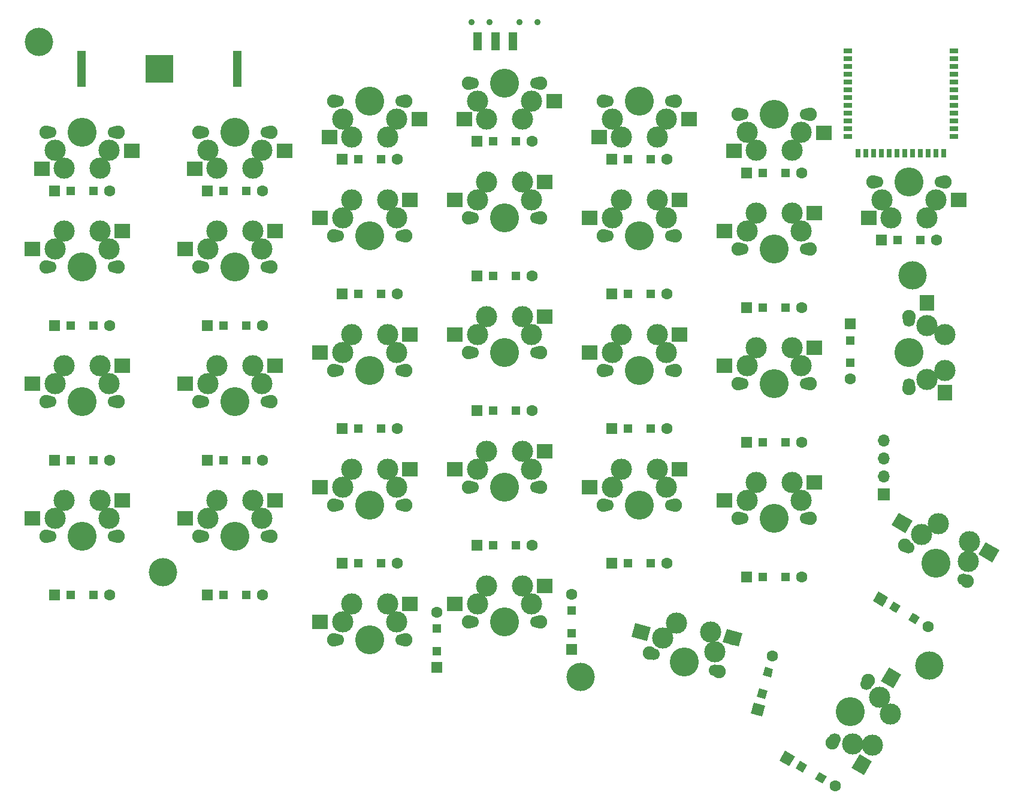
<source format=gbs>
G04 #@! TF.GenerationSoftware,KiCad,Pcbnew,(5.1.2)-2*
G04 #@! TF.CreationDate,2019-10-26T12:53:45+08:00*
G04 #@! TF.ProjectId,redox_rev1_routed3,7265646f-785f-4726-9576-315f726f7574,1.0*
G04 #@! TF.SameCoordinates,Original*
G04 #@! TF.FileFunction,Soldermask,Bot*
G04 #@! TF.FilePolarity,Negative*
%FSLAX46Y46*%
G04 Gerber Fmt 4.6, Leading zero omitted, Abs format (unit mm)*
G04 Created by KiCad (PCBNEW (5.1.2)-2) date 2019-10-26 12:53:45*
%MOMM*%
%LPD*%
G04 APERTURE LIST*
%ADD10C,4.000000*%
%ADD11C,1.700000*%
%ADD12C,2.000000*%
%ADD13C,0.100000*%
%ADD14C,1.900000*%
%ADD15C,4.100000*%
%ADD16C,3.000000*%
%ADD17R,2.300000X2.000000*%
%ADD18R,2.000000X2.300000*%
%ADD19O,1.700000X1.700000*%
%ADD20R,1.700000X1.700000*%
%ADD21C,1.200000*%
%ADD22C,1.600000*%
%ADD23R,1.198880X0.698500*%
%ADD24R,0.698500X1.198880*%
%ADD25R,1.200000X1.200000*%
%ADD26R,1.600000X1.600000*%
%ADD27R,3.960000X3.960000*%
%ADD28R,1.270000X5.080000*%
%ADD29R,1.250000X2.500000*%
%ADD30C,0.900000*%
G04 APERTURE END LIST*
D10*
X211137500Y-142081250D03*
X85344000Y-53848000D03*
X208756250Y-86868000D03*
X102870000Y-128905000D03*
X161925000Y-143668750D03*
D11*
X180876666Y-142769686D03*
X172183334Y-140440314D03*
D12*
X183360931Y-138134728D03*
D13*
G36*
X184730565Y-137466444D02*
G01*
X184212927Y-139398296D01*
X181991297Y-138803012D01*
X182508935Y-136871160D01*
X184730565Y-137466444D01*
X184730565Y-137466444D01*
G37*
D14*
X171623097Y-140290199D03*
X181436903Y-142919801D03*
D15*
X176530000Y-141605000D03*
D16*
X180298252Y-137355497D03*
X180867578Y-140137648D03*
X175391349Y-136040696D03*
X173507223Y-138165448D03*
D12*
X170436272Y-137301178D03*
D13*
G36*
X171805906Y-136632894D02*
G01*
X171288268Y-138564746D01*
X169066638Y-137969462D01*
X169584276Y-136037610D01*
X171805906Y-136632894D01*
X171805906Y-136632894D01*
G37*
D11*
X95940000Y-123825000D03*
X86940000Y-123825000D03*
D17*
X97140000Y-118705000D03*
D14*
X86360000Y-123825000D03*
X96520000Y-123825000D03*
D15*
X91440000Y-123825000D03*
D16*
X93980000Y-118745000D03*
X95250000Y-121284999D03*
X88900000Y-118745000D03*
X87630000Y-121285000D03*
D17*
X84440000Y-121245000D03*
D11*
X95940000Y-104775000D03*
X86940000Y-104775000D03*
D17*
X97140000Y-99655000D03*
D14*
X86360000Y-104775000D03*
X96520000Y-104775000D03*
D15*
X91440000Y-104775000D03*
D16*
X93980000Y-99695000D03*
X95250000Y-102234999D03*
X88900000Y-99695000D03*
X87630000Y-102235000D03*
D17*
X84440000Y-102195000D03*
D11*
X95940000Y-85725000D03*
X86940000Y-85725000D03*
D17*
X97140000Y-80605000D03*
D14*
X86360000Y-85725000D03*
X96520000Y-85725000D03*
D15*
X91440000Y-85725000D03*
D16*
X93980000Y-80645000D03*
X95250000Y-83184999D03*
X88900000Y-80645000D03*
X87630000Y-83185000D03*
D17*
X84440000Y-83145000D03*
D11*
X86940000Y-66675000D03*
X95940000Y-66675000D03*
D17*
X85740000Y-71795000D03*
D14*
X96520000Y-66675000D03*
X86360000Y-66675000D03*
D15*
X91440000Y-66675000D03*
D16*
X88900000Y-71755000D03*
X87630000Y-69215001D03*
X93980000Y-71755000D03*
X95250000Y-69215000D03*
D17*
X98440000Y-69255000D03*
D11*
X155630000Y-135890000D03*
X146630000Y-135890000D03*
D17*
X156830000Y-130770000D03*
D14*
X146050000Y-135890000D03*
X156210000Y-135890000D03*
D15*
X151130000Y-135890000D03*
D16*
X153670000Y-130810000D03*
X154940000Y-133349999D03*
X148590000Y-130810000D03*
X147320000Y-133350000D03*
D17*
X144130000Y-133310000D03*
X125080000Y-135850000D03*
D16*
X128270000Y-135890000D03*
X129540000Y-133350000D03*
X135890000Y-135889999D03*
X134620000Y-133350000D03*
D15*
X132080000Y-138430000D03*
D14*
X137160000Y-138430000D03*
X127000000Y-138430000D03*
D17*
X137780000Y-133310000D03*
D11*
X127580000Y-138430000D03*
X136580000Y-138430000D03*
X193730000Y-121285000D03*
X184730000Y-121285000D03*
D17*
X194930000Y-116165000D03*
D14*
X184150000Y-121285000D03*
X194310000Y-121285000D03*
D15*
X189230000Y-121285000D03*
D16*
X191770000Y-116205000D03*
X193040000Y-118744999D03*
X186690000Y-116205000D03*
X185420000Y-118745000D03*
D17*
X182230000Y-118705000D03*
D11*
X174680000Y-119380000D03*
X165680000Y-119380000D03*
D17*
X175880000Y-114260000D03*
D14*
X165100000Y-119380000D03*
X175260000Y-119380000D03*
D15*
X170180000Y-119380000D03*
D16*
X172720000Y-114300000D03*
X173990000Y-116839999D03*
X167640000Y-114300000D03*
X166370000Y-116840000D03*
D17*
X163180000Y-116800000D03*
D11*
X155630000Y-116840000D03*
X146630000Y-116840000D03*
D17*
X156830000Y-111720000D03*
D14*
X146050000Y-116840000D03*
X156210000Y-116840000D03*
D15*
X151130000Y-116840000D03*
D16*
X153670000Y-111760000D03*
X154940000Y-114299999D03*
X148590000Y-111760000D03*
X147320000Y-114300000D03*
D17*
X144130000Y-114260000D03*
D11*
X136580000Y-119380000D03*
X127580000Y-119380000D03*
D17*
X137780000Y-114260000D03*
D14*
X127000000Y-119380000D03*
X137160000Y-119380000D03*
D15*
X132080000Y-119380000D03*
D16*
X134620000Y-114300000D03*
X135890000Y-116839999D03*
X129540000Y-114300000D03*
X128270000Y-116840000D03*
D17*
X125080000Y-116800000D03*
D11*
X117530000Y-123825000D03*
X108530000Y-123825000D03*
D17*
X118730000Y-118705000D03*
D14*
X107950000Y-123825000D03*
X118110000Y-123825000D03*
D15*
X113030000Y-123825000D03*
D16*
X115570000Y-118745000D03*
X116840000Y-121284999D03*
X110490000Y-118745000D03*
X109220000Y-121285000D03*
D17*
X106030000Y-121245000D03*
D11*
X215987114Y-129885000D03*
X208192886Y-125385000D03*
D12*
X219586345Y-126050950D03*
D13*
G36*
X221082274Y-125759925D02*
G01*
X220082274Y-127491975D01*
X218090416Y-126341975D01*
X219090416Y-124609925D01*
X221082274Y-125759925D01*
X221082274Y-125759925D01*
G37*
D14*
X207690591Y-125095000D03*
X216489409Y-130175000D03*
D15*
X212090000Y-127635000D03*
D16*
X216829705Y-124505591D03*
X216659557Y-127340295D03*
X212430295Y-121965591D03*
X210060443Y-123530295D03*
D12*
X207317822Y-121900654D03*
D13*
G36*
X208813751Y-121609629D02*
G01*
X207813751Y-123341679D01*
X205821893Y-122191679D01*
X206821893Y-120459629D01*
X208813751Y-121609629D01*
X208813751Y-121609629D01*
G37*
D11*
X193730000Y-102235000D03*
X184730000Y-102235000D03*
D17*
X194930000Y-97115000D03*
D14*
X184150000Y-102235000D03*
X194310000Y-102235000D03*
D15*
X189230000Y-102235000D03*
D16*
X191770000Y-97155000D03*
X193040000Y-99694999D03*
X186690000Y-97155000D03*
X185420000Y-99695000D03*
D17*
X182230000Y-99655000D03*
D11*
X174680000Y-100330000D03*
X165680000Y-100330000D03*
D17*
X175880000Y-95210000D03*
D14*
X165100000Y-100330000D03*
X175260000Y-100330000D03*
D15*
X170180000Y-100330000D03*
D16*
X172720000Y-95250000D03*
X173990000Y-97789999D03*
X167640000Y-95250000D03*
X166370000Y-97790000D03*
D17*
X163180000Y-97750000D03*
D11*
X155630000Y-97790000D03*
X146630000Y-97790000D03*
D17*
X156830000Y-92670000D03*
D14*
X146050000Y-97790000D03*
X156210000Y-97790000D03*
D15*
X151130000Y-97790000D03*
D16*
X153670000Y-92710000D03*
X154940000Y-95249999D03*
X148590000Y-92710000D03*
X147320000Y-95250000D03*
D17*
X144130000Y-95210000D03*
D11*
X136580000Y-100330000D03*
X127580000Y-100330000D03*
D17*
X137780000Y-95210000D03*
D14*
X127000000Y-100330000D03*
X137160000Y-100330000D03*
D15*
X132080000Y-100330000D03*
D16*
X134620000Y-95250000D03*
X135890000Y-97789999D03*
X129540000Y-95250000D03*
X128270000Y-97790000D03*
D17*
X125080000Y-97750000D03*
D11*
X117530000Y-104775000D03*
X108530000Y-104775000D03*
D17*
X118730000Y-99655000D03*
D14*
X107950000Y-104775000D03*
X118110000Y-104775000D03*
D15*
X113030000Y-104775000D03*
D16*
X115570000Y-99695000D03*
X116840000Y-102234999D03*
X110490000Y-99695000D03*
X109220000Y-102235000D03*
D17*
X106030000Y-102195000D03*
D11*
X193730000Y-83185000D03*
X184730000Y-83185000D03*
D17*
X194930000Y-78065000D03*
D14*
X184150000Y-83185000D03*
X194310000Y-83185000D03*
D15*
X189230000Y-83185000D03*
D16*
X191770000Y-78105000D03*
X193040000Y-80644999D03*
X186690000Y-78105000D03*
X185420000Y-80645000D03*
D17*
X182230000Y-80605000D03*
D11*
X174680000Y-81280000D03*
X165680000Y-81280000D03*
D17*
X175880000Y-76160000D03*
D14*
X165100000Y-81280000D03*
X175260000Y-81280000D03*
D15*
X170180000Y-81280000D03*
D16*
X172720000Y-76200000D03*
X173990000Y-78739999D03*
X167640000Y-76200000D03*
X166370000Y-78740000D03*
D17*
X163180000Y-78700000D03*
D11*
X155630000Y-78740000D03*
X146630000Y-78740000D03*
D17*
X156830000Y-73620000D03*
D14*
X146050000Y-78740000D03*
X156210000Y-78740000D03*
D15*
X151130000Y-78740000D03*
D16*
X153670000Y-73660000D03*
X154940000Y-76199999D03*
X148590000Y-73660000D03*
X147320000Y-76200000D03*
D17*
X144130000Y-76160000D03*
D11*
X136580000Y-81280000D03*
X127580000Y-81280000D03*
D17*
X137780000Y-76160000D03*
D14*
X127000000Y-81280000D03*
X137160000Y-81280000D03*
D15*
X132080000Y-81280000D03*
D16*
X134620000Y-76200000D03*
X135890000Y-78739999D03*
X129540000Y-76200000D03*
X128270000Y-78740000D03*
D17*
X125080000Y-78700000D03*
D11*
X117530000Y-85725000D03*
X108530000Y-85725000D03*
D17*
X118730000Y-80605000D03*
D14*
X107950000Y-85725000D03*
X118110000Y-85725000D03*
D15*
X113030000Y-85725000D03*
D16*
X115570000Y-80645000D03*
X116840000Y-83184999D03*
X110490000Y-80645000D03*
X109220000Y-83185000D03*
D17*
X106030000Y-83145000D03*
D11*
X203780000Y-73660000D03*
X212780000Y-73660000D03*
D17*
X202580000Y-78780000D03*
D14*
X213360000Y-73660000D03*
X203200000Y-73660000D03*
D15*
X208280000Y-73660000D03*
D16*
X205740000Y-78740000D03*
X204470000Y-76200001D03*
X210820000Y-78740000D03*
X212090000Y-76200000D03*
D17*
X215280000Y-76240000D03*
D11*
X184730000Y-64135000D03*
X193730000Y-64135000D03*
D17*
X183530000Y-69255000D03*
D14*
X194310000Y-64135000D03*
X184150000Y-64135000D03*
D15*
X189230000Y-64135000D03*
D16*
X186690000Y-69215000D03*
X185420000Y-66675001D03*
X191770000Y-69215000D03*
X193040000Y-66675000D03*
D17*
X196230000Y-66715000D03*
D11*
X165680000Y-62230000D03*
X174680000Y-62230000D03*
D17*
X164480000Y-67350000D03*
D14*
X175260000Y-62230000D03*
X165100000Y-62230000D03*
D15*
X170180000Y-62230000D03*
D16*
X167640000Y-67310000D03*
X166370000Y-64770001D03*
X172720000Y-67310000D03*
X173990000Y-64770000D03*
D17*
X177180000Y-64810000D03*
D11*
X146630000Y-59690000D03*
X155630000Y-59690000D03*
D17*
X145430000Y-64810000D03*
D14*
X156210000Y-59690000D03*
X146050000Y-59690000D03*
D15*
X151130000Y-59690000D03*
D16*
X148590000Y-64770000D03*
X147320000Y-62230001D03*
X153670000Y-64770000D03*
X154940000Y-62230000D03*
D17*
X158130000Y-62270000D03*
D11*
X127580000Y-62230000D03*
X136580000Y-62230000D03*
D17*
X126380000Y-67350000D03*
D14*
X137160000Y-62230000D03*
X127000000Y-62230000D03*
D15*
X132080000Y-62230000D03*
D16*
X129540000Y-67310000D03*
X128270000Y-64770001D03*
X134620000Y-67310000D03*
X135890000Y-64770000D03*
D17*
X139080000Y-64810000D03*
D11*
X108530000Y-66675000D03*
X117530000Y-66675000D03*
D17*
X107330000Y-71795000D03*
D14*
X118110000Y-66675000D03*
X107950000Y-66675000D03*
D15*
X113030000Y-66675000D03*
D16*
X110490000Y-71755000D03*
X109220000Y-69215001D03*
X115570000Y-71755000D03*
X116840000Y-69215000D03*
D17*
X120030000Y-69255000D03*
D11*
X208280000Y-102290000D03*
X208280000Y-93290000D03*
D18*
X213400000Y-103490000D03*
D14*
X208280000Y-92710000D03*
X208280000Y-102870000D03*
D15*
X208280000Y-97790000D03*
D16*
X213360000Y-100330000D03*
X210820001Y-101600000D03*
X213360000Y-95250000D03*
X210820000Y-93980000D03*
D18*
X210860000Y-90790000D03*
D11*
X197775000Y-152487114D03*
X202275000Y-144692886D03*
D12*
X201609050Y-156086345D03*
D13*
G36*
X201900075Y-157582274D02*
G01*
X200168025Y-156582274D01*
X201318025Y-154590416D01*
X203050075Y-155590416D01*
X201900075Y-157582274D01*
X201900075Y-157582274D01*
G37*
D14*
X202565000Y-144190591D03*
X197485000Y-152989409D03*
D15*
X200025000Y-148590000D03*
D16*
X203154409Y-153329705D03*
X200319705Y-153159557D03*
X205694409Y-148930295D03*
X204129705Y-146560443D03*
D12*
X205759346Y-143817822D03*
D13*
G36*
X206050371Y-145313751D02*
G01*
X204318321Y-144313751D01*
X205468321Y-142321893D01*
X207200371Y-143321893D01*
X206050371Y-145313751D01*
X206050371Y-145313751D01*
G37*
D19*
X204724000Y-110236000D03*
X204724000Y-112776000D03*
X204724000Y-115316000D03*
D20*
X204724000Y-117856000D03*
D21*
X188367640Y-143004667D03*
D13*
G36*
X187943376Y-142269820D02*
G01*
X189102487Y-142580403D01*
X188791904Y-143739514D01*
X187632793Y-143428931D01*
X187943376Y-142269820D01*
X187943376Y-142269820D01*
G37*
D21*
X187552360Y-146047333D03*
D13*
G36*
X187128096Y-145312486D02*
G01*
X188287207Y-145623069D01*
X187976624Y-146782180D01*
X186817513Y-146471597D01*
X187128096Y-145312486D01*
X187128096Y-145312486D01*
G37*
D22*
X188969394Y-140758889D03*
X186950606Y-148293111D03*
D13*
G36*
X186384921Y-147313315D02*
G01*
X187930402Y-147727426D01*
X187516291Y-149272907D01*
X185970810Y-148858796D01*
X186384921Y-147313315D01*
X186384921Y-147313315D01*
G37*
D21*
X195832990Y-157949500D03*
D13*
G36*
X196652605Y-157729885D02*
G01*
X196052605Y-158769115D01*
X195013375Y-158169115D01*
X195613375Y-157129885D01*
X196652605Y-157729885D01*
X196652605Y-157729885D01*
G37*
D21*
X193105010Y-156374500D03*
D13*
G36*
X193924625Y-156154885D02*
G01*
X193324625Y-157194115D01*
X192285395Y-156594115D01*
X192885395Y-155554885D01*
X193924625Y-156154885D01*
X193924625Y-156154885D01*
G37*
D22*
X197846499Y-159112000D03*
X191091501Y-155212000D03*
D13*
G36*
X192184321Y-154919180D02*
G01*
X191384321Y-156304820D01*
X189998681Y-155504820D01*
X190798681Y-154119180D01*
X192184321Y-154919180D01*
X192184321Y-154919180D01*
G37*
D23*
X214667080Y-67246500D03*
X199670920Y-60647580D03*
X199670920Y-59547760D03*
D24*
X213216740Y-69596000D03*
D23*
X214667080Y-65046860D03*
X214667080Y-63947040D03*
X214667080Y-62847220D03*
X214667080Y-61747400D03*
X214667080Y-60647580D03*
X214667080Y-59547760D03*
X214667080Y-58447940D03*
X214667080Y-57348120D03*
X214667080Y-56248300D03*
X199670920Y-55148480D03*
X199670920Y-56248300D03*
X199670920Y-57348120D03*
X199670920Y-58447940D03*
X199670920Y-61747400D03*
X199670920Y-62847220D03*
X199670920Y-63947040D03*
X199670920Y-65046860D03*
X199670920Y-66146680D03*
X199670920Y-67246500D03*
D24*
X201121260Y-69596000D03*
X202221080Y-69596000D03*
X203320900Y-69596000D03*
X204420720Y-69596000D03*
X205520540Y-69596000D03*
X206620360Y-69596000D03*
X207717640Y-69596000D03*
X208817460Y-69596000D03*
X209917280Y-69596000D03*
X211017100Y-69596000D03*
X212116920Y-69596000D03*
D23*
X214667080Y-55148480D03*
X214667080Y-66146680D03*
D25*
X93015000Y-74930000D03*
X89865000Y-74930000D03*
D22*
X95340000Y-74930000D03*
D26*
X87540000Y-74930000D03*
D25*
X114605000Y-74930000D03*
X111455000Y-74930000D03*
D22*
X116930000Y-74930000D03*
D26*
X109130000Y-74930000D03*
D25*
X133655000Y-70485000D03*
X130505000Y-70485000D03*
D22*
X135980000Y-70485000D03*
D26*
X128180000Y-70485000D03*
D25*
X152705000Y-67945000D03*
X149555000Y-67945000D03*
D22*
X155030000Y-67945000D03*
D26*
X147230000Y-67945000D03*
D25*
X171755000Y-70485000D03*
X168605000Y-70485000D03*
D22*
X174080000Y-70485000D03*
D26*
X166280000Y-70485000D03*
D25*
X190805000Y-72390000D03*
X187655000Y-72390000D03*
D22*
X193130000Y-72390000D03*
D26*
X185330000Y-72390000D03*
D25*
X209855000Y-81915000D03*
X206705000Y-81915000D03*
D22*
X212180000Y-81915000D03*
D26*
X204380000Y-81915000D03*
D25*
X93015000Y-93980000D03*
X89865000Y-93980000D03*
D22*
X95340000Y-93980000D03*
D26*
X87540000Y-93980000D03*
D25*
X114605000Y-93980000D03*
X111455000Y-93980000D03*
D22*
X116930000Y-93980000D03*
D26*
X109130000Y-93980000D03*
D25*
X133655000Y-89535000D03*
X130505000Y-89535000D03*
D22*
X135980000Y-89535000D03*
D26*
X128180000Y-89535000D03*
D25*
X152705000Y-86995000D03*
X149555000Y-86995000D03*
D22*
X155030000Y-86995000D03*
D26*
X147230000Y-86995000D03*
D25*
X171755000Y-89535000D03*
X168605000Y-89535000D03*
D22*
X174080000Y-89535000D03*
D26*
X166280000Y-89535000D03*
D25*
X190805000Y-91440000D03*
X187655000Y-91440000D03*
D22*
X193130000Y-91440000D03*
D26*
X185330000Y-91440000D03*
X200025000Y-93731200D03*
D22*
X200025000Y-101531200D03*
D25*
X200025000Y-96056200D03*
X200025000Y-99206200D03*
X93015000Y-113030000D03*
X89865000Y-113030000D03*
D22*
X95340000Y-113030000D03*
D26*
X87540000Y-113030000D03*
D25*
X114605000Y-113030000D03*
X111455000Y-113030000D03*
D22*
X116930000Y-113030000D03*
D26*
X109130000Y-113030000D03*
D25*
X133655000Y-108585000D03*
X130505000Y-108585000D03*
D22*
X135980000Y-108585000D03*
D26*
X128180000Y-108585000D03*
D25*
X152705000Y-106045000D03*
X149555000Y-106045000D03*
D22*
X155030000Y-106045000D03*
D26*
X147230000Y-106045000D03*
D25*
X171755000Y-108585000D03*
X168605000Y-108585000D03*
D22*
X174080000Y-108585000D03*
D26*
X166280000Y-108585000D03*
D25*
X190805000Y-110490000D03*
X187655000Y-110490000D03*
D22*
X193130000Y-110490000D03*
D26*
X185330000Y-110490000D03*
D21*
X209008990Y-135407500D03*
D13*
G36*
X209828605Y-135187885D02*
G01*
X209228605Y-136227115D01*
X208189375Y-135627115D01*
X208789375Y-134587885D01*
X209828605Y-135187885D01*
X209828605Y-135187885D01*
G37*
D21*
X206281010Y-133832500D03*
D13*
G36*
X207100625Y-133612885D02*
G01*
X206500625Y-134652115D01*
X205461395Y-134052115D01*
X206061395Y-133012885D01*
X207100625Y-133612885D01*
X207100625Y-133612885D01*
G37*
D22*
X211022499Y-136570000D03*
X204267501Y-132670000D03*
D13*
G36*
X205360321Y-132377180D02*
G01*
X204560321Y-133762820D01*
X203174681Y-132962820D01*
X203974681Y-131577180D01*
X205360321Y-132377180D01*
X205360321Y-132377180D01*
G37*
D25*
X93015000Y-132080000D03*
X89865000Y-132080000D03*
D22*
X95340000Y-132080000D03*
D26*
X87540000Y-132080000D03*
D25*
X114605000Y-132080000D03*
X111455000Y-132080000D03*
D22*
X116930000Y-132080000D03*
D26*
X109130000Y-132080000D03*
D25*
X133655000Y-127635000D03*
X130505000Y-127635000D03*
D22*
X135980000Y-127635000D03*
D26*
X128180000Y-127635000D03*
D25*
X152705000Y-125095000D03*
X149555000Y-125095000D03*
D22*
X155030000Y-125095000D03*
D26*
X147230000Y-125095000D03*
D25*
X171755000Y-127635000D03*
X168605000Y-127635000D03*
D22*
X174080000Y-127635000D03*
D26*
X166280000Y-127635000D03*
D25*
X190805000Y-129540000D03*
X187655000Y-129540000D03*
D22*
X193130000Y-129540000D03*
D26*
X185330000Y-129540000D03*
D25*
X141605000Y-136855000D03*
X141605000Y-140005000D03*
D22*
X141605000Y-134530000D03*
D26*
X141605000Y-142330000D03*
D25*
X160655000Y-134315000D03*
X160655000Y-137465000D03*
D22*
X160655000Y-131990000D03*
D26*
X160655000Y-139790000D03*
D27*
X102362000Y-57658000D03*
D28*
X113347000Y-57658000D03*
X91377000Y-57658000D03*
D29*
X147360000Y-53804000D03*
X149860000Y-53804000D03*
X152360000Y-53804000D03*
D30*
X146460000Y-51054000D03*
X153260000Y-51054000D03*
X149000000Y-51054000D03*
X155800000Y-51054000D03*
M02*

</source>
